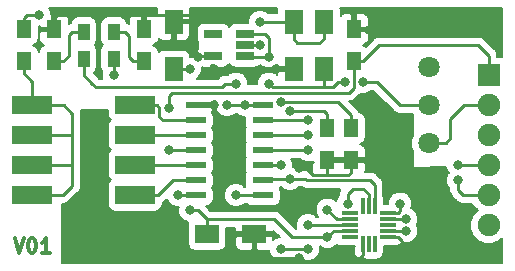
<source format=gbr>
G04 #@! TF.GenerationSoftware,KiCad,Pcbnew,(5.0.2)-1*
G04 #@! TF.CreationDate,2019-01-05T19:06:30+01:00*
G04 #@! TF.ProjectId,DrumMetter,4472756d-4d65-4747-9465-722e6b696361,01*
G04 #@! TF.SameCoordinates,Original*
G04 #@! TF.FileFunction,Copper,L1,Top*
G04 #@! TF.FilePolarity,Positive*
%FSLAX46Y46*%
G04 Gerber Fmt 4.6, Leading zero omitted, Abs format (unit mm)*
G04 Created by KiCad (PCBNEW (5.0.2)-1) date 05.01.2019 19:06:30*
%MOMM*%
%LPD*%
G01*
G04 APERTURE LIST*
G04 #@! TA.AperFunction,NonConductor*
%ADD10C,0.300000*%
G04 #@! TD*
G04 #@! TA.AperFunction,SMDPad,CuDef*
%ADD11R,0.300000X1.400000*%
G04 #@! TD*
G04 #@! TA.AperFunction,SMDPad,CuDef*
%ADD12R,1.400000X0.300000*%
G04 #@! TD*
G04 #@! TA.AperFunction,ComponentPad*
%ADD13C,1.900000*%
G04 #@! TD*
G04 #@! TA.AperFunction,ComponentPad*
%ADD14R,1.900000X1.900000*%
G04 #@! TD*
G04 #@! TA.AperFunction,SMDPad,CuDef*
%ADD15R,3.400000X1.524000*%
G04 #@! TD*
G04 #@! TA.AperFunction,SMDPad,CuDef*
%ADD16R,1.300000X1.500000*%
G04 #@! TD*
G04 #@! TA.AperFunction,ComponentPad*
%ADD17C,1.800000*%
G04 #@! TD*
G04 #@! TA.AperFunction,SMDPad,CuDef*
%ADD18R,1.560000X0.650000*%
G04 #@! TD*
G04 #@! TA.AperFunction,SMDPad,CuDef*
%ADD19R,1.800000X0.600000*%
G04 #@! TD*
G04 #@! TA.AperFunction,SMDPad,CuDef*
%ADD20R,1.000000X1.400000*%
G04 #@! TD*
G04 #@! TA.AperFunction,SMDPad,CuDef*
%ADD21R,1.600000X2.000000*%
G04 #@! TD*
G04 #@! TA.AperFunction,SMDPad,CuDef*
%ADD22R,2.000000X1.600000*%
G04 #@! TD*
G04 #@! TA.AperFunction,ViaPad*
%ADD23C,0.800000*%
G04 #@! TD*
G04 #@! TA.AperFunction,Conductor*
%ADD24C,0.250000*%
G04 #@! TD*
G04 #@! TA.AperFunction,Conductor*
%ADD25C,0.203200*%
G04 #@! TD*
G04 APERTURE END LIST*
D10*
X141029142Y-93710857D02*
X141429142Y-94910857D01*
X141829142Y-93710857D01*
X142457714Y-93710857D02*
X142572000Y-93710857D01*
X142686285Y-93768000D01*
X142743428Y-93825142D01*
X142800571Y-93939428D01*
X142857714Y-94168000D01*
X142857714Y-94453714D01*
X142800571Y-94682285D01*
X142743428Y-94796571D01*
X142686285Y-94853714D01*
X142572000Y-94910857D01*
X142457714Y-94910857D01*
X142343428Y-94853714D01*
X142286285Y-94796571D01*
X142229142Y-94682285D01*
X142172000Y-94453714D01*
X142172000Y-94168000D01*
X142229142Y-93939428D01*
X142286285Y-93825142D01*
X142343428Y-93768000D01*
X142457714Y-93710857D01*
X144000571Y-94910857D02*
X143314857Y-94910857D01*
X143657714Y-94910857D02*
X143657714Y-93710857D01*
X143543428Y-93882285D01*
X143429142Y-93996571D01*
X143314857Y-94053714D01*
D11*
G04 #@! TO.P,U2,16*
G04 #@! TO.N,N/C*
X171520000Y-94190000D03*
G04 #@! TO.P,U2,15*
X171020000Y-94190000D03*
G04 #@! TO.P,U2,14*
G04 #@! TO.N,VCC*
X170520000Y-94190000D03*
D12*
G04 #@! TO.P,U2,13*
G04 #@! TO.N,N/C*
X169420000Y-93590000D03*
G04 #@! TO.P,U2,12*
G04 #@! TO.N,GND*
X169420000Y-93090000D03*
G04 #@! TO.P,U2,11*
G04 #@! TO.N,/INT1*
X169420000Y-92590000D03*
G04 #@! TO.P,U2,10*
G04 #@! TO.N,GND*
X169420000Y-92090000D03*
G04 #@! TO.P,U2,9*
G04 #@! TO.N,N/C*
X169420000Y-91590000D03*
D11*
G04 #@! TO.P,U2,8*
X170520000Y-90990000D03*
G04 #@! TO.P,U2,7*
G04 #@! TO.N,GND*
X171020000Y-90990000D03*
G04 #@! TO.P,U2,6*
G04 #@! TO.N,/SDA*
X171520000Y-90990000D03*
D12*
G04 #@! TO.P,U2,5*
G04 #@! TO.N,GND*
X172620000Y-91590000D03*
G04 #@! TO.P,U2,4*
G04 #@! TO.N,/SCL*
X172620000Y-92090000D03*
G04 #@! TO.P,U2,3*
G04 #@! TO.N,N/C*
X172620000Y-92590000D03*
G04 #@! TO.P,U2,2*
G04 #@! TO.N,Net-(C5-Pad1)*
X172620000Y-93090000D03*
G04 #@! TO.P,U2,1*
G04 #@! TO.N,VCC*
X172620000Y-93590000D03*
G04 #@! TD*
D13*
G04 #@! TO.P,J1,6*
G04 #@! TO.N,N/C*
X181180000Y-92590000D03*
G04 #@! TO.P,J1,5*
G04 #@! TO.N,/ICSPCLK*
X181180000Y-90050000D03*
G04 #@! TO.P,J1,4*
G04 #@! TO.N,/ICSPDAT*
X181180000Y-87510000D03*
G04 #@! TO.P,J1,3*
G04 #@! TO.N,GND*
X181180000Y-84970000D03*
G04 #@! TO.P,J1,2*
G04 #@! TO.N,Net-(J1-Pad2)*
X181180000Y-82430000D03*
D14*
G04 #@! TO.P,J1,1*
G04 #@! TO.N,Net-(J1-Pad1)*
X181180000Y-79890000D03*
G04 #@! TD*
D15*
G04 #@! TO.P,Sw2,5*
G04 #@! TO.N,Net-(R6-Pad1)*
X142540000Y-82430000D03*
G04 #@! TO.P,Sw2,8*
X142540000Y-90050000D03*
G04 #@! TO.P,Sw2,7*
X142540000Y-87510000D03*
G04 #@! TO.P,Sw2,6*
X142540000Y-84970000D03*
G04 #@! TO.P,Sw2,3*
G04 #@! TO.N,/DIP3*
X151240000Y-84970000D03*
G04 #@! TO.P,Sw2,2*
G04 #@! TO.N,/DIP2*
X151240000Y-87510000D03*
G04 #@! TO.P,Sw2,1*
G04 #@! TO.N,/DIP1*
X151240000Y-90050000D03*
G04 #@! TO.P,Sw2,4*
G04 #@! TO.N,/DIP4*
X151240000Y-82430000D03*
G04 #@! TD*
D16*
G04 #@! TO.P,R1,2*
G04 #@! TO.N,Net-(J1-Pad1)*
X169750000Y-78700000D03*
G04 #@! TO.P,R1,1*
G04 #@! TO.N,VCC*
X169750000Y-76000000D03*
G04 #@! TD*
G04 #@! TO.P,R2,2*
G04 #@! TO.N,Net-(P1-Pad1)*
X144350000Y-78700000D03*
G04 #@! TO.P,R2,1*
G04 #@! TO.N,VCC*
X144350000Y-76000000D03*
G04 #@! TD*
G04 #@! TO.P,R3,2*
G04 #@! TO.N,Net-(P2-Pad1)*
X151970000Y-78700000D03*
G04 #@! TO.P,R3,1*
G04 #@! TO.N,VCC*
X151970000Y-76000000D03*
G04 #@! TD*
G04 #@! TO.P,R4,2*
G04 #@! TO.N,VCC*
X167464000Y-87082000D03*
G04 #@! TO.P,R4,1*
G04 #@! TO.N,/SDA*
X167464000Y-84382000D03*
G04 #@! TD*
G04 #@! TO.P,R5,2*
G04 #@! TO.N,/SCL*
X169496000Y-84382000D03*
G04 #@! TO.P,R5,1*
G04 #@! TO.N,VCC*
X169496000Y-87082000D03*
G04 #@! TD*
G04 #@! TO.P,R6,2*
G04 #@! TO.N,GND*
X141810000Y-76000000D03*
G04 #@! TO.P,R6,1*
G04 #@! TO.N,Net-(R6-Pad1)*
X141810000Y-78700000D03*
G04 #@! TD*
D17*
G04 #@! TO.P,Sw1,1*
G04 #@! TO.N,/3V*
X176100000Y-79230000D03*
G04 #@! TO.P,Sw1,2*
G04 #@! TO.N,Net-(C1-Pad1)*
X176100000Y-82430000D03*
G04 #@! TO.P,Sw1,3*
G04 #@! TO.N,Net-(J1-Pad2)*
X176100000Y-85630000D03*
G04 #@! TD*
D18*
G04 #@! TO.P,U1,5*
G04 #@! TO.N,VCC*
X157859000Y-78300000D03*
G04 #@! TO.P,U1,4*
G04 #@! TO.N,N/C*
X157859000Y-76400000D03*
G04 #@! TO.P,U1,3*
G04 #@! TO.N,Net-(C1-Pad1)*
X160559000Y-76400000D03*
G04 #@! TO.P,U1,2*
G04 #@! TO.N,GND*
X160559000Y-77350000D03*
G04 #@! TO.P,U1,1*
G04 #@! TO.N,Net-(C1-Pad1)*
X160559000Y-78300000D03*
G04 #@! TD*
D19*
G04 #@! TO.P,U3,14*
G04 #@! TO.N,GND*
X162059000Y-82430000D03*
G04 #@! TO.P,U3,13*
G04 #@! TO.N,/ICSPDAT*
X162059000Y-83700000D03*
G04 #@! TO.P,U3,12*
G04 #@! TO.N,/ICSPCLK*
X162059000Y-84970000D03*
G04 #@! TO.P,U3,11*
G04 #@! TO.N,/INT1*
X162059000Y-86240000D03*
G04 #@! TO.P,U3,10*
G04 #@! TO.N,/SCL*
X162059000Y-87510000D03*
G04 #@! TO.P,U3,9*
G04 #@! TO.N,/SDA*
X162059000Y-88780000D03*
G04 #@! TO.P,U3,8*
G04 #@! TO.N,/LED_GREEN*
X162059000Y-90050000D03*
G04 #@! TO.P,U3,7*
G04 #@! TO.N,/LED_RED*
X156359000Y-90050000D03*
G04 #@! TO.P,U3,6*
G04 #@! TO.N,/DIP1*
X156359000Y-88780000D03*
G04 #@! TO.P,U3,5*
G04 #@! TO.N,/DIP2*
X156359000Y-87510000D03*
G04 #@! TO.P,U3,4*
G04 #@! TO.N,Net-(J1-Pad1)*
X156359000Y-86240000D03*
G04 #@! TO.P,U3,3*
G04 #@! TO.N,/DIP3*
X156359000Y-84970000D03*
G04 #@! TO.P,U3,2*
G04 #@! TO.N,/DIP4*
X156359000Y-83700000D03*
G04 #@! TO.P,U3,1*
G04 #@! TO.N,VCC*
X156359000Y-82430000D03*
G04 #@! TD*
D20*
G04 #@! TO.P,P1,1*
G04 #@! TO.N,Net-(P1-Pad1)*
X146890000Y-76225000D03*
G04 #@! TO.P,P1,2*
G04 #@! TO.N,/LED_GREEN*
X146890000Y-78475000D03*
G04 #@! TD*
G04 #@! TO.P,P2,1*
G04 #@! TO.N,Net-(P2-Pad1)*
X149430000Y-76225000D03*
G04 #@! TO.P,P2,2*
G04 #@! TO.N,/LED_RED*
X149430000Y-78475000D03*
G04 #@! TD*
D21*
G04 #@! TO.P,C4,2*
G04 #@! TO.N,GND*
X164670000Y-75350000D03*
G04 #@! TO.P,C4,1*
G04 #@! TO.N,VCC*
X164670000Y-79350000D03*
G04 #@! TD*
G04 #@! TO.P,C1,2*
G04 #@! TO.N,GND*
X167210000Y-75350000D03*
G04 #@! TO.P,C1,1*
G04 #@! TO.N,Net-(C1-Pad1)*
X167210000Y-79350000D03*
G04 #@! TD*
G04 #@! TO.P,C2,2*
G04 #@! TO.N,GND*
X154510000Y-79350000D03*
G04 #@! TO.P,C2,1*
G04 #@! TO.N,VCC*
X154510000Y-75350000D03*
G04 #@! TD*
D22*
G04 #@! TO.P,C3,2*
G04 #@! TO.N,GND*
X157336000Y-93352000D03*
G04 #@! TO.P,C3,1*
G04 #@! TO.N,VCC*
X161336000Y-93352000D03*
G04 #@! TD*
D23*
G04 #@! TO.N,GND*
X161812500Y-77350000D03*
X160542500Y-82430000D03*
X161812500Y-75381500D03*
X159018500Y-82430000D03*
X155907000Y-79318500D03*
X173687000Y-90748500D03*
X167527500Y-93606000D03*
X167527500Y-91256500D03*
X155907000Y-91320000D03*
X169242000Y-90748500D03*
X143080000Y-74746500D03*
G04 #@! TO.N,Net-(C1-Pad1)*
X162574500Y-80588500D03*
X162574500Y-78302500D03*
X170512000Y-80461500D03*
X168988000Y-80461500D03*
G04 #@! TO.N,VCC*
X157939000Y-82430000D03*
X156605500Y-78302500D03*
X156605500Y-74746500D03*
X157939000Y-79318500D03*
X165114500Y-87764000D03*
X163146000Y-79350000D03*
X169623000Y-95384000D03*
X173814000Y-94622000D03*
X165114500Y-95384000D03*
X171083500Y-76016500D03*
G04 #@! TO.N,Net-(C5-Pad1)*
X174195000Y-93098000D03*
G04 #@! TO.N,Net-(J1-Pad1)*
X154129000Y-86240000D03*
X154129000Y-82620500D03*
G04 #@! TO.N,/ICSPDAT*
X165876500Y-83700000D03*
X178576500Y-87510000D03*
G04 #@! TO.N,/ICSPCLK*
X165876500Y-84970000D03*
X178576500Y-88780000D03*
G04 #@! TO.N,/LED_RED*
X154891000Y-90050000D03*
X149430000Y-79826500D03*
G04 #@! TO.N,/LED_GREEN*
X159780500Y-90050000D03*
X159780500Y-80588500D03*
G04 #@! TO.N,/SDA*
X164352500Y-88653000D03*
X164352500Y-82938000D03*
G04 #@! TO.N,/SCL*
X163590500Y-87510000D03*
X163590500Y-94622000D03*
X165876500Y-94622000D03*
X174195000Y-92082000D03*
X163590500Y-82176000D03*
G04 #@! TO.N,/INT1*
X165876500Y-86240000D03*
X165876500Y-92590000D03*
G04 #@! TD*
D24*
G04 #@! TO.N,GND*
X162059000Y-82430000D02*
X160542500Y-82430000D01*
X161812500Y-77350000D02*
X160559000Y-77350000D01*
X164670000Y-75350000D02*
X161844000Y-75350000D01*
X161844000Y-75350000D02*
X161812500Y-75381500D01*
X154510000Y-79350000D02*
X155875500Y-79350000D01*
X160542500Y-82430000D02*
X159018500Y-82430000D01*
X155875500Y-79350000D02*
X155907000Y-79318500D01*
X167210000Y-75350000D02*
X167210000Y-76778500D01*
X164670000Y-76842000D02*
X164670000Y-75350000D01*
X164987500Y-77159500D02*
X164670000Y-76842000D01*
X166829000Y-77159500D02*
X164987500Y-77159500D01*
X167210000Y-76778500D02*
X166829000Y-77159500D01*
X172620000Y-91590000D02*
X173480500Y-91590000D01*
X173480500Y-91590000D02*
X173687000Y-91383500D01*
X173687000Y-91383500D02*
X173687000Y-90748500D01*
X169420000Y-92090000D02*
X168361000Y-92090000D01*
X168361000Y-92090000D02*
X167527500Y-91256500D01*
X168043500Y-93090000D02*
X169420000Y-93090000D01*
X168043500Y-93090000D02*
X167527500Y-93606000D01*
X164543000Y-93606000D02*
X167527500Y-93606000D01*
X163019000Y-92082000D02*
X164543000Y-93606000D01*
X157304000Y-92082000D02*
X157336000Y-92082000D01*
X157336000Y-92082000D02*
X163019000Y-92082000D01*
X156542000Y-91320000D02*
X157304000Y-92082000D01*
X155907000Y-91320000D02*
X156542000Y-91320000D01*
X157336000Y-93352000D02*
X157336000Y-92082000D01*
X169242000Y-89923000D02*
X169242000Y-90748500D01*
X171020000Y-89923000D02*
X171020000Y-90990000D01*
X171020000Y-89923000D02*
X170575500Y-89478500D01*
X170575500Y-89478500D02*
X169686500Y-89478500D01*
X169686500Y-89478500D02*
X169242000Y-89923000D01*
X141810000Y-76000000D02*
X141810000Y-75000500D01*
X141810000Y-75000500D02*
X142064000Y-74746500D01*
X142064000Y-74746500D02*
X143080000Y-74746500D01*
G04 #@! TO.N,Net-(C1-Pad1)*
X160559000Y-78300000D02*
X160561500Y-78302500D01*
X162574500Y-80588500D02*
X162765000Y-80779000D01*
X160561500Y-78302500D02*
X162574500Y-78302500D01*
X162574500Y-80588500D02*
X162886498Y-80900498D01*
X167210000Y-80900498D02*
X162886498Y-80900498D01*
X167210000Y-79350000D02*
X167210000Y-80900498D01*
X167210000Y-80900498D02*
X167977502Y-80900498D01*
X173687000Y-82430000D02*
X176100000Y-82430000D01*
X171718500Y-80461500D02*
X173687000Y-82430000D01*
X170512000Y-80461500D02*
X171718500Y-80461500D01*
X167977502Y-80900498D02*
X168416500Y-80461500D01*
X168416500Y-80461500D02*
X168988000Y-80461500D01*
X160559000Y-76400000D02*
X162259500Y-76400000D01*
X162574500Y-76715000D02*
X162574500Y-78302500D01*
X162259500Y-76400000D02*
X162574500Y-76715000D01*
G04 #@! TO.N,VCC*
X156359000Y-82430000D02*
X157939000Y-82430000D01*
X144667500Y-74746500D02*
X151970000Y-74746500D01*
X151970000Y-76000000D02*
X151970000Y-74746500D01*
X157859000Y-78300000D02*
X156608000Y-78300000D01*
X156608000Y-78300000D02*
X156605500Y-78302500D01*
X154510000Y-75350000D02*
X155113500Y-74746500D01*
X155526000Y-74746500D02*
X155113500Y-74746500D01*
X156605500Y-74746500D02*
X155526000Y-74746500D01*
X164670000Y-79350000D02*
X163146000Y-79350000D01*
X163146000Y-79350000D02*
X157970500Y-79350000D01*
X157970500Y-79350000D02*
X157939000Y-79318500D01*
X169496000Y-87082000D02*
X169496000Y-88145000D01*
X166321000Y-88335500D02*
X167464000Y-88335500D01*
X166321000Y-88335500D02*
X165749500Y-87764000D01*
X165749500Y-87764000D02*
X165114500Y-87764000D01*
X169305500Y-88335500D02*
X167464000Y-88335500D01*
X169496000Y-88145000D02*
X169305500Y-88335500D01*
X167464000Y-87082000D02*
X167464000Y-88335500D01*
X151970000Y-74746500D02*
X153494000Y-74746500D01*
X153906500Y-74746500D02*
X154510000Y-75350000D01*
X153494000Y-74746500D02*
X153906500Y-74746500D01*
X170520000Y-94190000D02*
X170520000Y-95122000D01*
X170258000Y-95384000D02*
X169623000Y-95384000D01*
X170520000Y-95122000D02*
X170258000Y-95384000D01*
X173480500Y-93590000D02*
X172620000Y-93590000D01*
X173480500Y-93590000D02*
X173814000Y-93923500D01*
X173814000Y-93923500D02*
X173814000Y-94622000D01*
X161336000Y-94717000D02*
X162003000Y-95384000D01*
X161336000Y-94717000D02*
X161336000Y-93352000D01*
X162003000Y-95384000D02*
X165114500Y-95384000D01*
X169750000Y-76000000D02*
X171067000Y-76000000D01*
X171067000Y-76000000D02*
X171083500Y-76016500D01*
X144350000Y-76000000D02*
X144350000Y-75064000D01*
X144350000Y-75064000D02*
X144667500Y-74746500D01*
G04 #@! TO.N,Net-(C5-Pad1)*
X172620000Y-93090000D02*
X174187000Y-93090000D01*
X174187000Y-93090000D02*
X174195000Y-93098000D01*
G04 #@! TO.N,Net-(J1-Pad1)*
X154129000Y-86240000D02*
X154065500Y-86240000D01*
X154388502Y-81350500D02*
X169369000Y-81350500D01*
X156359000Y-86240000D02*
X154065500Y-86240000D01*
X154129000Y-82620500D02*
X154129000Y-81610002D01*
X154129000Y-81610002D02*
X154388502Y-81350500D01*
X169750000Y-80969500D02*
X169750000Y-78700000D01*
X169750000Y-80969500D02*
X169369000Y-81350500D01*
X170559000Y-78700000D02*
X171909000Y-77350000D01*
X169750000Y-78700000D02*
X170559000Y-78700000D01*
X180291000Y-77350000D02*
X181180000Y-78239000D01*
X181180000Y-78239000D02*
X181180000Y-79890000D01*
X171909000Y-77350000D02*
X180291000Y-77350000D01*
G04 #@! TO.N,Net-(J1-Pad2)*
X177535500Y-85630000D02*
X176100000Y-85630000D01*
X177941500Y-85224000D02*
X177535500Y-85630000D01*
X177941500Y-83573000D02*
X177941500Y-85224000D01*
X179084500Y-82430000D02*
X177941500Y-83573000D01*
X181180000Y-82430000D02*
X179084500Y-82430000D01*
G04 #@! TO.N,/ICSPDAT*
X162059000Y-83700000D02*
X165876500Y-83700000D01*
X178576500Y-87510000D02*
X181180000Y-87510000D01*
G04 #@! TO.N,/ICSPCLK*
X165876500Y-84970000D02*
X162059000Y-84970000D01*
X178576500Y-88780000D02*
X178576500Y-89605500D01*
X178576500Y-89605500D02*
X179021000Y-90050000D01*
X181180000Y-90050000D02*
X179021000Y-90050000D01*
G04 #@! TO.N,/LED_RED*
X149430000Y-78475000D02*
X149430000Y-79826500D01*
X154891000Y-90050000D02*
X156359000Y-90050000D01*
G04 #@! TO.N,Net-(P1-Pad1)*
X144350000Y-78700000D02*
X145159000Y-78700000D01*
X145856000Y-76225000D02*
X146890000Y-76225000D01*
X145620000Y-76461000D02*
X145856000Y-76225000D01*
X145620000Y-78239000D02*
X145620000Y-76461000D01*
X145159000Y-78700000D02*
X145620000Y-78239000D01*
G04 #@! TO.N,Net-(P2-Pad1)*
X151970000Y-78700000D02*
X151097500Y-78700000D01*
X150400500Y-76225000D02*
X149430000Y-76225000D01*
X150700000Y-76524500D02*
X150400500Y-76225000D01*
X150700000Y-78302500D02*
X150700000Y-76524500D01*
X151097500Y-78700000D02*
X150700000Y-78302500D01*
G04 #@! TO.N,/LED_GREEN*
X147588500Y-80588500D02*
X146890000Y-79890000D01*
X146890000Y-79890000D02*
X146890000Y-78475000D01*
X162059000Y-90050000D02*
X159780500Y-90050000D01*
X159780500Y-80588500D02*
X158885998Y-80588500D01*
X147900498Y-80900498D02*
X147588500Y-80588500D01*
X158574000Y-80900498D02*
X147900498Y-80900498D01*
X158885998Y-80588500D02*
X158574000Y-80900498D01*
G04 #@! TO.N,/SDA*
X162186000Y-88653000D02*
X164352500Y-88653000D01*
X162059000Y-88780000D02*
X162186000Y-88653000D01*
X167464000Y-83192000D02*
X167464000Y-84382000D01*
X167210000Y-82938000D02*
X167464000Y-83192000D01*
X164352500Y-82938000D02*
X167210000Y-82938000D01*
X171520000Y-90990000D02*
X171520000Y-89153000D01*
X165622500Y-88653000D02*
X164352500Y-88653000D01*
X165755002Y-88785502D02*
X165622500Y-88653000D01*
X171152502Y-88785502D02*
X165755002Y-88785502D01*
X171520000Y-89153000D02*
X171152502Y-88785502D01*
G04 #@! TO.N,/SCL*
X165876500Y-94622000D02*
X163590500Y-94622000D01*
X174187000Y-92090000D02*
X174195000Y-92082000D01*
X174187000Y-92090000D02*
X172620000Y-92090000D01*
X162059000Y-87510000D02*
X163590500Y-87510000D01*
X169496000Y-84382000D02*
X169496000Y-83255500D01*
X168416500Y-82176000D02*
X163590500Y-82176000D01*
X169496000Y-83255500D02*
X168416500Y-82176000D01*
G04 #@! TO.N,/DIP4*
X151240000Y-82430000D02*
X153113000Y-82430000D01*
X153621000Y-83700000D02*
X156359000Y-83700000D01*
X153303500Y-83382500D02*
X153621000Y-83700000D01*
X153303500Y-82620500D02*
X153303500Y-83382500D01*
X153113000Y-82430000D02*
X153303500Y-82620500D01*
G04 #@! TO.N,/DIP1*
X151240000Y-90050000D02*
X153176500Y-90050000D01*
X154446500Y-88780000D02*
X156359000Y-88780000D01*
X153176500Y-90050000D02*
X154446500Y-88780000D01*
G04 #@! TO.N,/DIP2*
X151240000Y-87510000D02*
X156359000Y-87510000D01*
G04 #@! TO.N,/DIP3*
X151240000Y-84970000D02*
X156359000Y-84970000D01*
G04 #@! TO.N,/INT1*
X169420000Y-92590000D02*
X165876500Y-92590000D01*
X165876500Y-86240000D02*
X162059000Y-86240000D01*
G04 #@! TO.N,Net-(R6-Pad1)*
X142540000Y-84970000D02*
X145937500Y-84970000D01*
X142540000Y-87510000D02*
X145937500Y-87510000D01*
X145937500Y-87510000D02*
X145937500Y-89224500D01*
X145937500Y-84970000D02*
X145937500Y-87510000D01*
X145937500Y-89224500D02*
X145112000Y-90050000D01*
X145112000Y-90050000D02*
X142540000Y-90050000D01*
X142540000Y-82430000D02*
X145239000Y-82430000D01*
X145937500Y-83128500D02*
X145937500Y-84970000D01*
X145239000Y-82430000D02*
X145937500Y-83128500D01*
X141810000Y-78700000D02*
X141810000Y-79699500D01*
X142540000Y-80429500D02*
X142540000Y-82430000D01*
X141810000Y-79699500D02*
X142540000Y-80429500D01*
G04 #@! TD*
D25*
G04 #@! TO.N,VCC*
G36*
X173116401Y-82898283D02*
X173157383Y-82959617D01*
X173400374Y-83121977D01*
X173614652Y-83164600D01*
X173614653Y-83164600D01*
X173686999Y-83178991D01*
X173759346Y-83164600D01*
X174728400Y-83164600D01*
X174728400Y-84996560D01*
X174590400Y-85329722D01*
X174590400Y-85930278D01*
X174728400Y-86263440D01*
X174728400Y-87637000D01*
X174737330Y-87678650D01*
X174760323Y-87710943D01*
X174793923Y-87731979D01*
X174833016Y-87738555D01*
X177566900Y-87657351D01*
X177566900Y-87710822D01*
X177720603Y-88081892D01*
X177783711Y-88145000D01*
X177720603Y-88208108D01*
X177566900Y-88579178D01*
X177566900Y-88980822D01*
X177720603Y-89351892D01*
X177841900Y-89473189D01*
X177841900Y-89533154D01*
X177827509Y-89605500D01*
X177841900Y-89677846D01*
X177841900Y-89677848D01*
X177884524Y-89892126D01*
X178046884Y-90135117D01*
X178108220Y-90176100D01*
X178450398Y-90518278D01*
X178491383Y-90579617D01*
X178734374Y-90741977D01*
X178948652Y-90784600D01*
X178948653Y-90784600D01*
X179021000Y-90798991D01*
X179093346Y-90784600D01*
X179796183Y-90784600D01*
X179857835Y-90933442D01*
X180244393Y-91320000D01*
X179857835Y-91706558D01*
X179620400Y-92279776D01*
X179620400Y-92900224D01*
X179857835Y-93473442D01*
X180296558Y-93912165D01*
X180869776Y-94149600D01*
X181490224Y-94149600D01*
X182063442Y-93912165D01*
X182315401Y-93660206D01*
X182315401Y-95815400D01*
X145023100Y-95815400D01*
X145023100Y-90784600D01*
X145039654Y-90784600D01*
X145112000Y-90798991D01*
X145184346Y-90784600D01*
X145184348Y-90784600D01*
X145398626Y-90741977D01*
X145641617Y-90579617D01*
X145682602Y-90518278D01*
X146405783Y-89795099D01*
X146467117Y-89754117D01*
X146629477Y-89511126D01*
X146672100Y-89296848D01*
X146672100Y-89296847D01*
X146686491Y-89224501D01*
X146672100Y-89152154D01*
X146672100Y-87582348D01*
X146686491Y-87510000D01*
X146672100Y-87437652D01*
X146672100Y-85042348D01*
X146686491Y-84970000D01*
X146672100Y-84897652D01*
X146672100Y-83200846D01*
X146686491Y-83128499D01*
X146661307Y-83001892D01*
X146629477Y-82841874D01*
X146625024Y-82835210D01*
X148918458Y-82792739D01*
X148918458Y-83192000D01*
X148965770Y-83429854D01*
X149100503Y-83631497D01*
X149203025Y-83700000D01*
X149100503Y-83768503D01*
X148965770Y-83970146D01*
X148918458Y-84208000D01*
X148918458Y-85732000D01*
X148965770Y-85969854D01*
X149100503Y-86171497D01*
X149203025Y-86240000D01*
X149100503Y-86308503D01*
X148965770Y-86510146D01*
X148918458Y-86748000D01*
X148918458Y-88272000D01*
X148965770Y-88509854D01*
X149100503Y-88711497D01*
X149203025Y-88780000D01*
X149100503Y-88848503D01*
X148965770Y-89050146D01*
X148918458Y-89288000D01*
X148918458Y-90812000D01*
X148965770Y-91049854D01*
X149100503Y-91251497D01*
X149302146Y-91386230D01*
X149540000Y-91433542D01*
X152940000Y-91433542D01*
X153177854Y-91386230D01*
X153379497Y-91251497D01*
X153514230Y-91049854D01*
X153561542Y-90812000D01*
X153561542Y-90676218D01*
X153706117Y-90579617D01*
X153747102Y-90518278D01*
X153920401Y-90344979D01*
X154035103Y-90621892D01*
X154319108Y-90905897D01*
X154690178Y-91059600D01*
X154922078Y-91059600D01*
X154897400Y-91119178D01*
X154897400Y-91520822D01*
X155051103Y-91891892D01*
X155335108Y-92175897D01*
X155706178Y-92329600D01*
X155758696Y-92329600D01*
X155714458Y-92552000D01*
X155714458Y-94152000D01*
X155761770Y-94389854D01*
X155896503Y-94591497D01*
X156098146Y-94726230D01*
X156336000Y-94773542D01*
X158336000Y-94773542D01*
X158573854Y-94726230D01*
X158775497Y-94591497D01*
X158910230Y-94389854D01*
X158957542Y-94152000D01*
X158957542Y-93656800D01*
X159726400Y-93656800D01*
X159726400Y-94273257D01*
X159819206Y-94497311D01*
X159990689Y-94668794D01*
X160214743Y-94761600D01*
X161031200Y-94761600D01*
X161183600Y-94609200D01*
X161183600Y-93504400D01*
X159878800Y-93504400D01*
X159726400Y-93656800D01*
X158957542Y-93656800D01*
X158957542Y-92816600D01*
X159726400Y-92816600D01*
X159726400Y-93047200D01*
X159878800Y-93199600D01*
X161183600Y-93199600D01*
X161183600Y-93179600D01*
X161488400Y-93179600D01*
X161488400Y-93199600D01*
X162793200Y-93199600D01*
X162945460Y-93047340D01*
X163510519Y-93612400D01*
X163389678Y-93612400D01*
X163018608Y-93766103D01*
X162945600Y-93839111D01*
X162945600Y-93656800D01*
X162793200Y-93504400D01*
X161488400Y-93504400D01*
X161488400Y-94609200D01*
X161640800Y-94761600D01*
X162457257Y-94761600D01*
X162580900Y-94710386D01*
X162580900Y-94822822D01*
X162734603Y-95193892D01*
X163018608Y-95477897D01*
X163389678Y-95631600D01*
X163791322Y-95631600D01*
X164162392Y-95477897D01*
X164283689Y-95356600D01*
X165183311Y-95356600D01*
X165304608Y-95477897D01*
X165675678Y-95631600D01*
X166077322Y-95631600D01*
X166448392Y-95477897D01*
X166732397Y-95193892D01*
X166886100Y-94822822D01*
X166886100Y-94421178D01*
X166865743Y-94372032D01*
X166955608Y-94461897D01*
X167326678Y-94615600D01*
X167728322Y-94615600D01*
X168099392Y-94461897D01*
X168341221Y-94220068D01*
X168482146Y-94314230D01*
X168720000Y-94361542D01*
X169893658Y-94361542D01*
X169760400Y-94494800D01*
X169760400Y-95011257D01*
X169853206Y-95235311D01*
X170024689Y-95406794D01*
X170248743Y-95499600D01*
X170292600Y-95499600D01*
X170445000Y-95347200D01*
X170445000Y-95339184D01*
X170632146Y-95464230D01*
X170731865Y-95484065D01*
X170747400Y-95499600D01*
X170791257Y-95499600D01*
X170797326Y-95497086D01*
X170870000Y-95511542D01*
X171170000Y-95511542D01*
X171270000Y-95491651D01*
X171370000Y-95511542D01*
X171670000Y-95511542D01*
X171907854Y-95464230D01*
X172109497Y-95329497D01*
X172244230Y-95127854D01*
X172291542Y-94890000D01*
X172291542Y-94349600D01*
X172315200Y-94349600D01*
X172322200Y-94342600D01*
X172917800Y-94342600D01*
X172924800Y-94349600D01*
X173441257Y-94349600D01*
X173665311Y-94256794D01*
X173836794Y-94085311D01*
X173851962Y-94048692D01*
X173994178Y-94107600D01*
X174395822Y-94107600D01*
X174766892Y-93953897D01*
X175050897Y-93669892D01*
X175204600Y-93298822D01*
X175204600Y-92897178D01*
X175077362Y-92590000D01*
X175204600Y-92282822D01*
X175204600Y-91881178D01*
X175050897Y-91510108D01*
X174766892Y-91226103D01*
X174609037Y-91160717D01*
X174696600Y-90949322D01*
X174696600Y-90547678D01*
X174542897Y-90176608D01*
X174258892Y-89892603D01*
X173887822Y-89738900D01*
X173486178Y-89738900D01*
X173115108Y-89892603D01*
X172831103Y-90176608D01*
X172677400Y-90547678D01*
X172677400Y-90818458D01*
X172291542Y-90818458D01*
X172291542Y-90290000D01*
X172254600Y-90104280D01*
X172254600Y-89225348D01*
X172268991Y-89153000D01*
X172211977Y-88866373D01*
X172158623Y-88786524D01*
X172049617Y-88623383D01*
X171988278Y-88582398D01*
X171723104Y-88317224D01*
X171682119Y-88255885D01*
X171439128Y-88093525D01*
X171224850Y-88050902D01*
X171224848Y-88050902D01*
X171152502Y-88036511D01*
X171080156Y-88050902D01*
X170715154Y-88050902D01*
X170755600Y-87953257D01*
X170755600Y-87386800D01*
X170603200Y-87234400D01*
X169648400Y-87234400D01*
X169648400Y-87254400D01*
X169343600Y-87254400D01*
X169343600Y-87234400D01*
X167616400Y-87234400D01*
X167616400Y-87254400D01*
X167311600Y-87254400D01*
X167311600Y-87234400D01*
X167291600Y-87234400D01*
X167291600Y-86929600D01*
X167311600Y-86929600D01*
X167311600Y-86909600D01*
X167616400Y-86909600D01*
X167616400Y-86929600D01*
X169343600Y-86929600D01*
X169343600Y-86909600D01*
X169648400Y-86909600D01*
X169648400Y-86929600D01*
X170603200Y-86929600D01*
X170755600Y-86777200D01*
X170755600Y-86210743D01*
X170662794Y-85986689D01*
X170491311Y-85815206D01*
X170278711Y-85727144D01*
X170383854Y-85706230D01*
X170585497Y-85571497D01*
X170720230Y-85369854D01*
X170767542Y-85132000D01*
X170767542Y-83632000D01*
X170720230Y-83394146D01*
X170585497Y-83192503D01*
X170383854Y-83057770D01*
X170198319Y-83020865D01*
X170187977Y-82968873D01*
X170120560Y-82867977D01*
X170025617Y-82725883D01*
X169964281Y-82684900D01*
X169377234Y-82097853D01*
X169441346Y-82085100D01*
X169441348Y-82085100D01*
X169655626Y-82042477D01*
X169898617Y-81880117D01*
X169939602Y-81818778D01*
X170218281Y-81540100D01*
X170279617Y-81499117D01*
X170301121Y-81466934D01*
X170311178Y-81471100D01*
X170712822Y-81471100D01*
X171083892Y-81317397D01*
X171205189Y-81196100D01*
X171414220Y-81196100D01*
X173116401Y-82898283D01*
X173116401Y-82898283D01*
G37*
X173116401Y-82898283D02*
X173157383Y-82959617D01*
X173400374Y-83121977D01*
X173614652Y-83164600D01*
X173614653Y-83164600D01*
X173686999Y-83178991D01*
X173759346Y-83164600D01*
X174728400Y-83164600D01*
X174728400Y-84996560D01*
X174590400Y-85329722D01*
X174590400Y-85930278D01*
X174728400Y-86263440D01*
X174728400Y-87637000D01*
X174737330Y-87678650D01*
X174760323Y-87710943D01*
X174793923Y-87731979D01*
X174833016Y-87738555D01*
X177566900Y-87657351D01*
X177566900Y-87710822D01*
X177720603Y-88081892D01*
X177783711Y-88145000D01*
X177720603Y-88208108D01*
X177566900Y-88579178D01*
X177566900Y-88980822D01*
X177720603Y-89351892D01*
X177841900Y-89473189D01*
X177841900Y-89533154D01*
X177827509Y-89605500D01*
X177841900Y-89677846D01*
X177841900Y-89677848D01*
X177884524Y-89892126D01*
X178046884Y-90135117D01*
X178108220Y-90176100D01*
X178450398Y-90518278D01*
X178491383Y-90579617D01*
X178734374Y-90741977D01*
X178948652Y-90784600D01*
X178948653Y-90784600D01*
X179021000Y-90798991D01*
X179093346Y-90784600D01*
X179796183Y-90784600D01*
X179857835Y-90933442D01*
X180244393Y-91320000D01*
X179857835Y-91706558D01*
X179620400Y-92279776D01*
X179620400Y-92900224D01*
X179857835Y-93473442D01*
X180296558Y-93912165D01*
X180869776Y-94149600D01*
X181490224Y-94149600D01*
X182063442Y-93912165D01*
X182315401Y-93660206D01*
X182315401Y-95815400D01*
X145023100Y-95815400D01*
X145023100Y-90784600D01*
X145039654Y-90784600D01*
X145112000Y-90798991D01*
X145184346Y-90784600D01*
X145184348Y-90784600D01*
X145398626Y-90741977D01*
X145641617Y-90579617D01*
X145682602Y-90518278D01*
X146405783Y-89795099D01*
X146467117Y-89754117D01*
X146629477Y-89511126D01*
X146672100Y-89296848D01*
X146672100Y-89296847D01*
X146686491Y-89224501D01*
X146672100Y-89152154D01*
X146672100Y-87582348D01*
X146686491Y-87510000D01*
X146672100Y-87437652D01*
X146672100Y-85042348D01*
X146686491Y-84970000D01*
X146672100Y-84897652D01*
X146672100Y-83200846D01*
X146686491Y-83128499D01*
X146661307Y-83001892D01*
X146629477Y-82841874D01*
X146625024Y-82835210D01*
X148918458Y-82792739D01*
X148918458Y-83192000D01*
X148965770Y-83429854D01*
X149100503Y-83631497D01*
X149203025Y-83700000D01*
X149100503Y-83768503D01*
X148965770Y-83970146D01*
X148918458Y-84208000D01*
X148918458Y-85732000D01*
X148965770Y-85969854D01*
X149100503Y-86171497D01*
X149203025Y-86240000D01*
X149100503Y-86308503D01*
X148965770Y-86510146D01*
X148918458Y-86748000D01*
X148918458Y-88272000D01*
X148965770Y-88509854D01*
X149100503Y-88711497D01*
X149203025Y-88780000D01*
X149100503Y-88848503D01*
X148965770Y-89050146D01*
X148918458Y-89288000D01*
X148918458Y-90812000D01*
X148965770Y-91049854D01*
X149100503Y-91251497D01*
X149302146Y-91386230D01*
X149540000Y-91433542D01*
X152940000Y-91433542D01*
X153177854Y-91386230D01*
X153379497Y-91251497D01*
X153514230Y-91049854D01*
X153561542Y-90812000D01*
X153561542Y-90676218D01*
X153706117Y-90579617D01*
X153747102Y-90518278D01*
X153920401Y-90344979D01*
X154035103Y-90621892D01*
X154319108Y-90905897D01*
X154690178Y-91059600D01*
X154922078Y-91059600D01*
X154897400Y-91119178D01*
X154897400Y-91520822D01*
X155051103Y-91891892D01*
X155335108Y-92175897D01*
X155706178Y-92329600D01*
X155758696Y-92329600D01*
X155714458Y-92552000D01*
X155714458Y-94152000D01*
X155761770Y-94389854D01*
X155896503Y-94591497D01*
X156098146Y-94726230D01*
X156336000Y-94773542D01*
X158336000Y-94773542D01*
X158573854Y-94726230D01*
X158775497Y-94591497D01*
X158910230Y-94389854D01*
X158957542Y-94152000D01*
X158957542Y-93656800D01*
X159726400Y-93656800D01*
X159726400Y-94273257D01*
X159819206Y-94497311D01*
X159990689Y-94668794D01*
X160214743Y-94761600D01*
X161031200Y-94761600D01*
X161183600Y-94609200D01*
X161183600Y-93504400D01*
X159878800Y-93504400D01*
X159726400Y-93656800D01*
X158957542Y-93656800D01*
X158957542Y-92816600D01*
X159726400Y-92816600D01*
X159726400Y-93047200D01*
X159878800Y-93199600D01*
X161183600Y-93199600D01*
X161183600Y-93179600D01*
X161488400Y-93179600D01*
X161488400Y-93199600D01*
X162793200Y-93199600D01*
X162945460Y-93047340D01*
X163510519Y-93612400D01*
X163389678Y-93612400D01*
X163018608Y-93766103D01*
X162945600Y-93839111D01*
X162945600Y-93656800D01*
X162793200Y-93504400D01*
X161488400Y-93504400D01*
X161488400Y-94609200D01*
X161640800Y-94761600D01*
X162457257Y-94761600D01*
X162580900Y-94710386D01*
X162580900Y-94822822D01*
X162734603Y-95193892D01*
X163018608Y-95477897D01*
X163389678Y-95631600D01*
X163791322Y-95631600D01*
X164162392Y-95477897D01*
X164283689Y-95356600D01*
X165183311Y-95356600D01*
X165304608Y-95477897D01*
X165675678Y-95631600D01*
X166077322Y-95631600D01*
X166448392Y-95477897D01*
X166732397Y-95193892D01*
X166886100Y-94822822D01*
X166886100Y-94421178D01*
X166865743Y-94372032D01*
X166955608Y-94461897D01*
X167326678Y-94615600D01*
X167728322Y-94615600D01*
X168099392Y-94461897D01*
X168341221Y-94220068D01*
X168482146Y-94314230D01*
X168720000Y-94361542D01*
X169893658Y-94361542D01*
X169760400Y-94494800D01*
X169760400Y-95011257D01*
X169853206Y-95235311D01*
X170024689Y-95406794D01*
X170248743Y-95499600D01*
X170292600Y-95499600D01*
X170445000Y-95347200D01*
X170445000Y-95339184D01*
X170632146Y-95464230D01*
X170731865Y-95484065D01*
X170747400Y-95499600D01*
X170791257Y-95499600D01*
X170797326Y-95497086D01*
X170870000Y-95511542D01*
X171170000Y-95511542D01*
X171270000Y-95491651D01*
X171370000Y-95511542D01*
X171670000Y-95511542D01*
X171907854Y-95464230D01*
X172109497Y-95329497D01*
X172244230Y-95127854D01*
X172291542Y-94890000D01*
X172291542Y-94349600D01*
X172315200Y-94349600D01*
X172322200Y-94342600D01*
X172917800Y-94342600D01*
X172924800Y-94349600D01*
X173441257Y-94349600D01*
X173665311Y-94256794D01*
X173836794Y-94085311D01*
X173851962Y-94048692D01*
X173994178Y-94107600D01*
X174395822Y-94107600D01*
X174766892Y-93953897D01*
X175050897Y-93669892D01*
X175204600Y-93298822D01*
X175204600Y-92897178D01*
X175077362Y-92590000D01*
X175204600Y-92282822D01*
X175204600Y-91881178D01*
X175050897Y-91510108D01*
X174766892Y-91226103D01*
X174609037Y-91160717D01*
X174696600Y-90949322D01*
X174696600Y-90547678D01*
X174542897Y-90176608D01*
X174258892Y-89892603D01*
X173887822Y-89738900D01*
X173486178Y-89738900D01*
X173115108Y-89892603D01*
X172831103Y-90176608D01*
X172677400Y-90547678D01*
X172677400Y-90818458D01*
X172291542Y-90818458D01*
X172291542Y-90290000D01*
X172254600Y-90104280D01*
X172254600Y-89225348D01*
X172268991Y-89153000D01*
X172211977Y-88866373D01*
X172158623Y-88786524D01*
X172049617Y-88623383D01*
X171988278Y-88582398D01*
X171723104Y-88317224D01*
X171682119Y-88255885D01*
X171439128Y-88093525D01*
X171224850Y-88050902D01*
X171224848Y-88050902D01*
X171152502Y-88036511D01*
X171080156Y-88050902D01*
X170715154Y-88050902D01*
X170755600Y-87953257D01*
X170755600Y-87386800D01*
X170603200Y-87234400D01*
X169648400Y-87234400D01*
X169648400Y-87254400D01*
X169343600Y-87254400D01*
X169343600Y-87234400D01*
X167616400Y-87234400D01*
X167616400Y-87254400D01*
X167311600Y-87254400D01*
X167311600Y-87234400D01*
X167291600Y-87234400D01*
X167291600Y-86929600D01*
X167311600Y-86929600D01*
X167311600Y-86909600D01*
X167616400Y-86909600D01*
X167616400Y-86929600D01*
X169343600Y-86929600D01*
X169343600Y-86909600D01*
X169648400Y-86909600D01*
X169648400Y-86929600D01*
X170603200Y-86929600D01*
X170755600Y-86777200D01*
X170755600Y-86210743D01*
X170662794Y-85986689D01*
X170491311Y-85815206D01*
X170278711Y-85727144D01*
X170383854Y-85706230D01*
X170585497Y-85571497D01*
X170720230Y-85369854D01*
X170767542Y-85132000D01*
X170767542Y-83632000D01*
X170720230Y-83394146D01*
X170585497Y-83192503D01*
X170383854Y-83057770D01*
X170198319Y-83020865D01*
X170187977Y-82968873D01*
X170120560Y-82867977D01*
X170025617Y-82725883D01*
X169964281Y-82684900D01*
X169377234Y-82097853D01*
X169441346Y-82085100D01*
X169441348Y-82085100D01*
X169655626Y-82042477D01*
X169898617Y-81880117D01*
X169939602Y-81818778D01*
X170218281Y-81540100D01*
X170279617Y-81499117D01*
X170301121Y-81466934D01*
X170311178Y-81471100D01*
X170712822Y-81471100D01*
X171083892Y-81317397D01*
X171205189Y-81196100D01*
X171414220Y-81196100D01*
X173116401Y-82898283D01*
G36*
X158008900Y-82229178D02*
X158008900Y-82630822D01*
X158162603Y-83001892D01*
X158446608Y-83285897D01*
X158817678Y-83439600D01*
X159219322Y-83439600D01*
X159590392Y-83285897D01*
X159711689Y-83164600D01*
X159849311Y-83164600D01*
X159970608Y-83285897D01*
X160341678Y-83439600D01*
X160537458Y-83439600D01*
X160537458Y-84000000D01*
X160584770Y-84237854D01*
X160649681Y-84335000D01*
X160584770Y-84432146D01*
X160537458Y-84670000D01*
X160537458Y-85270000D01*
X160584770Y-85507854D01*
X160649681Y-85605000D01*
X160584770Y-85702146D01*
X160537458Y-85940000D01*
X160537458Y-86540000D01*
X160584770Y-86777854D01*
X160649681Y-86875000D01*
X160584770Y-86972146D01*
X160537458Y-87210000D01*
X160537458Y-87810000D01*
X160584770Y-88047854D01*
X160649681Y-88145000D01*
X160584770Y-88242146D01*
X160537458Y-88480000D01*
X160537458Y-89080000D01*
X160584282Y-89315400D01*
X160473689Y-89315400D01*
X160352392Y-89194103D01*
X159981322Y-89040400D01*
X159579678Y-89040400D01*
X159208608Y-89194103D01*
X158924603Y-89478108D01*
X158770900Y-89849178D01*
X158770900Y-90250822D01*
X158924603Y-90621892D01*
X159208608Y-90905897D01*
X159579678Y-91059600D01*
X159981322Y-91059600D01*
X160352392Y-90905897D01*
X160473689Y-90784600D01*
X160716231Y-90784600D01*
X160719503Y-90789497D01*
X160921146Y-90924230D01*
X161159000Y-90971542D01*
X162959000Y-90971542D01*
X163196854Y-90924230D01*
X163398497Y-90789497D01*
X163533230Y-90587854D01*
X163580542Y-90350000D01*
X163580542Y-89750000D01*
X163533230Y-89512146D01*
X163468319Y-89415000D01*
X163486627Y-89387600D01*
X163659311Y-89387600D01*
X163780608Y-89508897D01*
X164151678Y-89662600D01*
X164553322Y-89662600D01*
X164924392Y-89508897D01*
X165045689Y-89387600D01*
X165333861Y-89387600D01*
X165468376Y-89477479D01*
X165682654Y-89520102D01*
X165682655Y-89520102D01*
X165755001Y-89534493D01*
X165827348Y-89520102D01*
X168627713Y-89520102D01*
X168550023Y-89636375D01*
X168507430Y-89850503D01*
X168493009Y-89923000D01*
X168507400Y-89995346D01*
X168507400Y-90055311D01*
X168386103Y-90176608D01*
X168236520Y-90537731D01*
X168099392Y-90400603D01*
X167728322Y-90246900D01*
X167326678Y-90246900D01*
X166955608Y-90400603D01*
X166671603Y-90684608D01*
X166517900Y-91055678D01*
X166517900Y-91457322D01*
X166671603Y-91828392D01*
X166698611Y-91855400D01*
X166569689Y-91855400D01*
X166448392Y-91734103D01*
X166077322Y-91580400D01*
X165675678Y-91580400D01*
X165304608Y-91734103D01*
X165020603Y-92018108D01*
X164866900Y-92389178D01*
X164866900Y-92790822D01*
X164900277Y-92871400D01*
X164847282Y-92871400D01*
X163589602Y-91613722D01*
X163548617Y-91552383D01*
X163305626Y-91390023D01*
X163091348Y-91347400D01*
X163091346Y-91347400D01*
X163019000Y-91333009D01*
X162946654Y-91347400D01*
X157608281Y-91347400D01*
X157232422Y-90971542D01*
X157259000Y-90971542D01*
X157496854Y-90924230D01*
X157698497Y-90789497D01*
X157833230Y-90587854D01*
X157880542Y-90350000D01*
X157880542Y-89750000D01*
X157833230Y-89512146D01*
X157768319Y-89415000D01*
X157833230Y-89317854D01*
X157880542Y-89080000D01*
X157880542Y-88480000D01*
X157833230Y-88242146D01*
X157768319Y-88145000D01*
X157833230Y-88047854D01*
X157880542Y-87810000D01*
X157880542Y-87210000D01*
X157833230Y-86972146D01*
X157768319Y-86875000D01*
X157833230Y-86777854D01*
X157880542Y-86540000D01*
X157880542Y-85940000D01*
X157833230Y-85702146D01*
X157768319Y-85605000D01*
X157833230Y-85507854D01*
X157880542Y-85270000D01*
X157880542Y-84670000D01*
X157833230Y-84432146D01*
X157768319Y-84335000D01*
X157833230Y-84237854D01*
X157880542Y-84000000D01*
X157880542Y-83400000D01*
X157833230Y-83162146D01*
X157775443Y-83075662D01*
X157775794Y-83075311D01*
X157868600Y-82851257D01*
X157868600Y-82732400D01*
X157716200Y-82580000D01*
X156511400Y-82580000D01*
X156511400Y-82602400D01*
X156206600Y-82602400D01*
X156206600Y-82580000D01*
X156186600Y-82580000D01*
X156186600Y-82280000D01*
X156206600Y-82280000D01*
X156206600Y-82257600D01*
X156511400Y-82257600D01*
X156511400Y-82280000D01*
X157716200Y-82280000D01*
X157868600Y-82127600D01*
X157868600Y-82085100D01*
X158068579Y-82085100D01*
X158008900Y-82229178D01*
X158008900Y-82229178D01*
G37*
X158008900Y-82229178D02*
X158008900Y-82630822D01*
X158162603Y-83001892D01*
X158446608Y-83285897D01*
X158817678Y-83439600D01*
X159219322Y-83439600D01*
X159590392Y-83285897D01*
X159711689Y-83164600D01*
X159849311Y-83164600D01*
X159970608Y-83285897D01*
X160341678Y-83439600D01*
X160537458Y-83439600D01*
X160537458Y-84000000D01*
X160584770Y-84237854D01*
X160649681Y-84335000D01*
X160584770Y-84432146D01*
X160537458Y-84670000D01*
X160537458Y-85270000D01*
X160584770Y-85507854D01*
X160649681Y-85605000D01*
X160584770Y-85702146D01*
X160537458Y-85940000D01*
X160537458Y-86540000D01*
X160584770Y-86777854D01*
X160649681Y-86875000D01*
X160584770Y-86972146D01*
X160537458Y-87210000D01*
X160537458Y-87810000D01*
X160584770Y-88047854D01*
X160649681Y-88145000D01*
X160584770Y-88242146D01*
X160537458Y-88480000D01*
X160537458Y-89080000D01*
X160584282Y-89315400D01*
X160473689Y-89315400D01*
X160352392Y-89194103D01*
X159981322Y-89040400D01*
X159579678Y-89040400D01*
X159208608Y-89194103D01*
X158924603Y-89478108D01*
X158770900Y-89849178D01*
X158770900Y-90250822D01*
X158924603Y-90621892D01*
X159208608Y-90905897D01*
X159579678Y-91059600D01*
X159981322Y-91059600D01*
X160352392Y-90905897D01*
X160473689Y-90784600D01*
X160716231Y-90784600D01*
X160719503Y-90789497D01*
X160921146Y-90924230D01*
X161159000Y-90971542D01*
X162959000Y-90971542D01*
X163196854Y-90924230D01*
X163398497Y-90789497D01*
X163533230Y-90587854D01*
X163580542Y-90350000D01*
X163580542Y-89750000D01*
X163533230Y-89512146D01*
X163468319Y-89415000D01*
X163486627Y-89387600D01*
X163659311Y-89387600D01*
X163780608Y-89508897D01*
X164151678Y-89662600D01*
X164553322Y-89662600D01*
X164924392Y-89508897D01*
X165045689Y-89387600D01*
X165333861Y-89387600D01*
X165468376Y-89477479D01*
X165682654Y-89520102D01*
X165682655Y-89520102D01*
X165755001Y-89534493D01*
X165827348Y-89520102D01*
X168627713Y-89520102D01*
X168550023Y-89636375D01*
X168507430Y-89850503D01*
X168493009Y-89923000D01*
X168507400Y-89995346D01*
X168507400Y-90055311D01*
X168386103Y-90176608D01*
X168236520Y-90537731D01*
X168099392Y-90400603D01*
X167728322Y-90246900D01*
X167326678Y-90246900D01*
X166955608Y-90400603D01*
X166671603Y-90684608D01*
X166517900Y-91055678D01*
X166517900Y-91457322D01*
X166671603Y-91828392D01*
X166698611Y-91855400D01*
X166569689Y-91855400D01*
X166448392Y-91734103D01*
X166077322Y-91580400D01*
X165675678Y-91580400D01*
X165304608Y-91734103D01*
X165020603Y-92018108D01*
X164866900Y-92389178D01*
X164866900Y-92790822D01*
X164900277Y-92871400D01*
X164847282Y-92871400D01*
X163589602Y-91613722D01*
X163548617Y-91552383D01*
X163305626Y-91390023D01*
X163091348Y-91347400D01*
X163091346Y-91347400D01*
X163019000Y-91333009D01*
X162946654Y-91347400D01*
X157608281Y-91347400D01*
X157232422Y-90971542D01*
X157259000Y-90971542D01*
X157496854Y-90924230D01*
X157698497Y-90789497D01*
X157833230Y-90587854D01*
X157880542Y-90350000D01*
X157880542Y-89750000D01*
X157833230Y-89512146D01*
X157768319Y-89415000D01*
X157833230Y-89317854D01*
X157880542Y-89080000D01*
X157880542Y-88480000D01*
X157833230Y-88242146D01*
X157768319Y-88145000D01*
X157833230Y-88047854D01*
X157880542Y-87810000D01*
X157880542Y-87210000D01*
X157833230Y-86972146D01*
X157768319Y-86875000D01*
X157833230Y-86777854D01*
X157880542Y-86540000D01*
X157880542Y-85940000D01*
X157833230Y-85702146D01*
X157768319Y-85605000D01*
X157833230Y-85507854D01*
X157880542Y-85270000D01*
X157880542Y-84670000D01*
X157833230Y-84432146D01*
X157768319Y-84335000D01*
X157833230Y-84237854D01*
X157880542Y-84000000D01*
X157880542Y-83400000D01*
X157833230Y-83162146D01*
X157775443Y-83075662D01*
X157775794Y-83075311D01*
X157868600Y-82851257D01*
X157868600Y-82732400D01*
X157716200Y-82580000D01*
X156511400Y-82580000D01*
X156511400Y-82602400D01*
X156206600Y-82602400D01*
X156206600Y-82580000D01*
X156186600Y-82580000D01*
X156186600Y-82280000D01*
X156206600Y-82280000D01*
X156206600Y-82257600D01*
X156511400Y-82257600D01*
X156511400Y-82280000D01*
X157716200Y-82280000D01*
X157868600Y-82127600D01*
X157868600Y-82085100D01*
X158068579Y-82085100D01*
X158008900Y-82229178D01*
G36*
X165304608Y-87095897D02*
X165675678Y-87249600D01*
X166077322Y-87249600D01*
X166204400Y-87196962D01*
X166204400Y-87234402D01*
X166356798Y-87234402D01*
X166204400Y-87386800D01*
X166204400Y-87953257D01*
X166244846Y-88050902D01*
X166043641Y-88050902D01*
X165909126Y-87961023D01*
X165694848Y-87918400D01*
X165694846Y-87918400D01*
X165622500Y-87904009D01*
X165550154Y-87918400D01*
X165045689Y-87918400D01*
X164924392Y-87797103D01*
X164600100Y-87662776D01*
X164600100Y-87309178D01*
X164461513Y-86974600D01*
X165183311Y-86974600D01*
X165304608Y-87095897D01*
X165304608Y-87095897D01*
G37*
X165304608Y-87095897D02*
X165675678Y-87249600D01*
X166077322Y-87249600D01*
X166204400Y-87196962D01*
X166204400Y-87234402D01*
X166356798Y-87234402D01*
X166204400Y-87386800D01*
X166204400Y-87953257D01*
X166244846Y-88050902D01*
X166043641Y-88050902D01*
X165909126Y-87961023D01*
X165694848Y-87918400D01*
X165694846Y-87918400D01*
X165622500Y-87904009D01*
X165550154Y-87918400D01*
X165045689Y-87918400D01*
X164924392Y-87797103D01*
X164600100Y-87662776D01*
X164600100Y-87309178D01*
X164461513Y-86974600D01*
X165183311Y-86974600D01*
X165304608Y-87095897D01*
G36*
X159339503Y-79064497D02*
X159541146Y-79199230D01*
X159779000Y-79246542D01*
X161339000Y-79246542D01*
X161576854Y-79199230D01*
X161778497Y-79064497D01*
X161796803Y-79037100D01*
X161881311Y-79037100D01*
X162002608Y-79158397D01*
X162373678Y-79312100D01*
X162775322Y-79312100D01*
X163146392Y-79158397D01*
X163260400Y-79044389D01*
X163260400Y-79045200D01*
X163412800Y-79197600D01*
X164517600Y-79197600D01*
X164517600Y-79177600D01*
X164822400Y-79177600D01*
X164822400Y-79197600D01*
X164842400Y-79197600D01*
X164842400Y-79502400D01*
X164822400Y-79502400D01*
X164822400Y-79522400D01*
X164517600Y-79522400D01*
X164517600Y-79502400D01*
X163412800Y-79502400D01*
X163260400Y-79654800D01*
X163260400Y-79846611D01*
X163146392Y-79732603D01*
X162775322Y-79578900D01*
X162373678Y-79578900D01*
X162002608Y-79732603D01*
X161718603Y-80016608D01*
X161564900Y-80387678D01*
X161564900Y-80615900D01*
X160790100Y-80615900D01*
X160790100Y-80387678D01*
X160636397Y-80016608D01*
X160352392Y-79732603D01*
X159981322Y-79578900D01*
X159579678Y-79578900D01*
X159208608Y-79732603D01*
X159087311Y-79853900D01*
X158958344Y-79853900D01*
X158885998Y-79839509D01*
X158813651Y-79853900D01*
X158813650Y-79853900D01*
X158599372Y-79896523D01*
X158356381Y-80058883D01*
X158315396Y-80120222D01*
X158269720Y-80165898D01*
X156487391Y-80165898D01*
X156762897Y-79890392D01*
X156916600Y-79519322D01*
X156916600Y-79217558D01*
X156957743Y-79234600D01*
X157554200Y-79234600D01*
X157706600Y-79082200D01*
X157706600Y-79013191D01*
X158011400Y-79005571D01*
X158011400Y-79082200D01*
X158163800Y-79234600D01*
X158760257Y-79234600D01*
X158984311Y-79141794D01*
X159148973Y-78977132D01*
X159278957Y-78973883D01*
X159339503Y-79064497D01*
X159339503Y-79064497D01*
G37*
X159339503Y-79064497D02*
X159541146Y-79199230D01*
X159779000Y-79246542D01*
X161339000Y-79246542D01*
X161576854Y-79199230D01*
X161778497Y-79064497D01*
X161796803Y-79037100D01*
X161881311Y-79037100D01*
X162002608Y-79158397D01*
X162373678Y-79312100D01*
X162775322Y-79312100D01*
X163146392Y-79158397D01*
X163260400Y-79044389D01*
X163260400Y-79045200D01*
X163412800Y-79197600D01*
X164517600Y-79197600D01*
X164517600Y-79177600D01*
X164822400Y-79177600D01*
X164822400Y-79197600D01*
X164842400Y-79197600D01*
X164842400Y-79502400D01*
X164822400Y-79502400D01*
X164822400Y-79522400D01*
X164517600Y-79522400D01*
X164517600Y-79502400D01*
X163412800Y-79502400D01*
X163260400Y-79654800D01*
X163260400Y-79846611D01*
X163146392Y-79732603D01*
X162775322Y-79578900D01*
X162373678Y-79578900D01*
X162002608Y-79732603D01*
X161718603Y-80016608D01*
X161564900Y-80387678D01*
X161564900Y-80615900D01*
X160790100Y-80615900D01*
X160790100Y-80387678D01*
X160636397Y-80016608D01*
X160352392Y-79732603D01*
X159981322Y-79578900D01*
X159579678Y-79578900D01*
X159208608Y-79732603D01*
X159087311Y-79853900D01*
X158958344Y-79853900D01*
X158885998Y-79839509D01*
X158813651Y-79853900D01*
X158813650Y-79853900D01*
X158599372Y-79896523D01*
X158356381Y-80058883D01*
X158315396Y-80120222D01*
X158269720Y-80165898D01*
X156487391Y-80165898D01*
X156762897Y-79890392D01*
X156916600Y-79519322D01*
X156916600Y-79217558D01*
X156957743Y-79234600D01*
X157554200Y-79234600D01*
X157706600Y-79082200D01*
X157706600Y-79013191D01*
X158011400Y-79005571D01*
X158011400Y-79082200D01*
X158163800Y-79234600D01*
X158760257Y-79234600D01*
X158984311Y-79141794D01*
X159148973Y-78977132D01*
X159278957Y-78973883D01*
X159339503Y-79064497D01*
G36*
X153100400Y-74228743D02*
X153100400Y-74868295D01*
X152965311Y-74733206D01*
X152741257Y-74640400D01*
X152274800Y-74640400D01*
X152122400Y-74792800D01*
X152122400Y-75847600D01*
X152142400Y-75847600D01*
X152142400Y-76152400D01*
X152122400Y-76152400D01*
X152122400Y-76172400D01*
X151817600Y-76172400D01*
X151817600Y-76152400D01*
X151797600Y-76152400D01*
X151797600Y-75847600D01*
X151817600Y-75847600D01*
X151817600Y-74792800D01*
X151665200Y-74640400D01*
X151198743Y-74640400D01*
X150974689Y-74733206D01*
X150803206Y-74904689D01*
X150710400Y-75128743D01*
X150710400Y-75548574D01*
X150687126Y-75533023D01*
X150547618Y-75505273D01*
X150504230Y-75287146D01*
X150369497Y-75085503D01*
X150167854Y-74950770D01*
X149930000Y-74903458D01*
X148930000Y-74903458D01*
X148692146Y-74950770D01*
X148490503Y-75085503D01*
X148355770Y-75287146D01*
X148308458Y-75525000D01*
X148308458Y-76925000D01*
X148355770Y-77162854D01*
X148480816Y-77350000D01*
X148355770Y-77537146D01*
X148308458Y-77775000D01*
X148308458Y-79175000D01*
X148355770Y-79412854D01*
X148450086Y-79554009D01*
X148420400Y-79625678D01*
X148420400Y-80027322D01*
X148477800Y-80165898D01*
X148204778Y-80165898D01*
X148159102Y-80120222D01*
X148159098Y-80120216D01*
X147723921Y-79685040D01*
X147829497Y-79614497D01*
X147964230Y-79412854D01*
X148011542Y-79175000D01*
X148011542Y-77775000D01*
X147964230Y-77537146D01*
X147839184Y-77350000D01*
X147964230Y-77162854D01*
X148011542Y-76925000D01*
X148011542Y-75525000D01*
X147964230Y-75287146D01*
X147829497Y-75085503D01*
X147627854Y-74950770D01*
X147390000Y-74903458D01*
X146390000Y-74903458D01*
X146152146Y-74950770D01*
X145950503Y-75085503D01*
X145815770Y-75287146D01*
X145774998Y-75492121D01*
X145609600Y-75525021D01*
X145609600Y-75128743D01*
X145516794Y-74904689D01*
X145345311Y-74733206D01*
X145121257Y-74640400D01*
X144654800Y-74640400D01*
X144502400Y-74792800D01*
X144502400Y-75847600D01*
X144522400Y-75847600D01*
X144522400Y-76152400D01*
X144502400Y-76152400D01*
X144502400Y-76172400D01*
X144197600Y-76172400D01*
X144197600Y-76152400D01*
X143242800Y-76152400D01*
X143090400Y-76304800D01*
X143090400Y-76871257D01*
X143183206Y-77095311D01*
X143354689Y-77266794D01*
X143567289Y-77354856D01*
X143462146Y-77375770D01*
X143260503Y-77510503D01*
X143125770Y-77712146D01*
X143080000Y-77942248D01*
X143034230Y-77712146D01*
X142899497Y-77510503D01*
X142697854Y-77375770D01*
X142568299Y-77350000D01*
X142697854Y-77324230D01*
X142899497Y-77189497D01*
X143034230Y-76987854D01*
X143081542Y-76750000D01*
X143081542Y-75756100D01*
X143151300Y-75756100D01*
X143242800Y-75847600D01*
X144197600Y-75847600D01*
X144197600Y-74792800D01*
X144089600Y-74684800D01*
X144089600Y-74545678D01*
X143940036Y-74184600D01*
X153118685Y-74184600D01*
X153100400Y-74228743D01*
X153100400Y-74228743D01*
G37*
X153100400Y-74228743D02*
X153100400Y-74868295D01*
X152965311Y-74733206D01*
X152741257Y-74640400D01*
X152274800Y-74640400D01*
X152122400Y-74792800D01*
X152122400Y-75847600D01*
X152142400Y-75847600D01*
X152142400Y-76152400D01*
X152122400Y-76152400D01*
X152122400Y-76172400D01*
X151817600Y-76172400D01*
X151817600Y-76152400D01*
X151797600Y-76152400D01*
X151797600Y-75847600D01*
X151817600Y-75847600D01*
X151817600Y-74792800D01*
X151665200Y-74640400D01*
X151198743Y-74640400D01*
X150974689Y-74733206D01*
X150803206Y-74904689D01*
X150710400Y-75128743D01*
X150710400Y-75548574D01*
X150687126Y-75533023D01*
X150547618Y-75505273D01*
X150504230Y-75287146D01*
X150369497Y-75085503D01*
X150167854Y-74950770D01*
X149930000Y-74903458D01*
X148930000Y-74903458D01*
X148692146Y-74950770D01*
X148490503Y-75085503D01*
X148355770Y-75287146D01*
X148308458Y-75525000D01*
X148308458Y-76925000D01*
X148355770Y-77162854D01*
X148480816Y-77350000D01*
X148355770Y-77537146D01*
X148308458Y-77775000D01*
X148308458Y-79175000D01*
X148355770Y-79412854D01*
X148450086Y-79554009D01*
X148420400Y-79625678D01*
X148420400Y-80027322D01*
X148477800Y-80165898D01*
X148204778Y-80165898D01*
X148159102Y-80120222D01*
X148159098Y-80120216D01*
X147723921Y-79685040D01*
X147829497Y-79614497D01*
X147964230Y-79412854D01*
X148011542Y-79175000D01*
X148011542Y-77775000D01*
X147964230Y-77537146D01*
X147839184Y-77350000D01*
X147964230Y-77162854D01*
X148011542Y-76925000D01*
X148011542Y-75525000D01*
X147964230Y-75287146D01*
X147829497Y-75085503D01*
X147627854Y-74950770D01*
X147390000Y-74903458D01*
X146390000Y-74903458D01*
X146152146Y-74950770D01*
X145950503Y-75085503D01*
X145815770Y-75287146D01*
X145774998Y-75492121D01*
X145609600Y-75525021D01*
X145609600Y-75128743D01*
X145516794Y-74904689D01*
X145345311Y-74733206D01*
X145121257Y-74640400D01*
X144654800Y-74640400D01*
X144502400Y-74792800D01*
X144502400Y-75847600D01*
X144522400Y-75847600D01*
X144522400Y-76152400D01*
X144502400Y-76152400D01*
X144502400Y-76172400D01*
X144197600Y-76172400D01*
X144197600Y-76152400D01*
X143242800Y-76152400D01*
X143090400Y-76304800D01*
X143090400Y-76871257D01*
X143183206Y-77095311D01*
X143354689Y-77266794D01*
X143567289Y-77354856D01*
X143462146Y-77375770D01*
X143260503Y-77510503D01*
X143125770Y-77712146D01*
X143080000Y-77942248D01*
X143034230Y-77712146D01*
X142899497Y-77510503D01*
X142697854Y-77375770D01*
X142568299Y-77350000D01*
X142697854Y-77324230D01*
X142899497Y-77189497D01*
X143034230Y-76987854D01*
X143081542Y-76750000D01*
X143081542Y-75756100D01*
X143151300Y-75756100D01*
X143242800Y-75847600D01*
X144197600Y-75847600D01*
X144197600Y-74792800D01*
X144089600Y-74684800D01*
X144089600Y-74545678D01*
X143940036Y-74184600D01*
X153118685Y-74184600D01*
X153100400Y-74228743D01*
G36*
X163248458Y-74350000D02*
X163248458Y-74615400D01*
X162474189Y-74615400D01*
X162384392Y-74525603D01*
X162013322Y-74371900D01*
X161611678Y-74371900D01*
X161240608Y-74525603D01*
X160956603Y-74809608D01*
X160802900Y-75180678D01*
X160802900Y-75453458D01*
X159779000Y-75453458D01*
X159541146Y-75500770D01*
X159339503Y-75635503D01*
X159217079Y-75818724D01*
X159201058Y-75818929D01*
X159078497Y-75635503D01*
X158876854Y-75500770D01*
X158639000Y-75453458D01*
X157079000Y-75453458D01*
X156841146Y-75500770D01*
X156639503Y-75635503D01*
X156504770Y-75837146D01*
X156457458Y-76075000D01*
X156457458Y-76725000D01*
X156504770Y-76962854D01*
X156567400Y-77056587D01*
X156567400Y-77624495D01*
X156562206Y-77629689D01*
X156469400Y-77853743D01*
X156469400Y-77995200D01*
X156567400Y-78093200D01*
X156567400Y-78506800D01*
X156545245Y-78528956D01*
X156478892Y-78462603D01*
X156107822Y-78308900D01*
X155923367Y-78308900D01*
X155884230Y-78112146D01*
X155749497Y-77910503D01*
X155547854Y-77775770D01*
X155310000Y-77728458D01*
X153710000Y-77728458D01*
X153472146Y-77775770D01*
X153270503Y-77910503D01*
X153241542Y-77953846D01*
X153241542Y-77950000D01*
X153194230Y-77712146D01*
X153059497Y-77510503D01*
X152857854Y-77375770D01*
X152752711Y-77354856D01*
X152965311Y-77266794D01*
X153136794Y-77095311D01*
X153229600Y-76871257D01*
X153229600Y-76731705D01*
X153364689Y-76866794D01*
X153588743Y-76959600D01*
X154205200Y-76959600D01*
X154357600Y-76807200D01*
X154357600Y-75502400D01*
X154662400Y-75502400D01*
X154662400Y-76807200D01*
X154814800Y-76959600D01*
X155431257Y-76959600D01*
X155655311Y-76866794D01*
X155826794Y-76695311D01*
X155919600Y-76471257D01*
X155919600Y-75654800D01*
X155767200Y-75502400D01*
X154662400Y-75502400D01*
X154357600Y-75502400D01*
X154337600Y-75502400D01*
X154337600Y-75197600D01*
X154357600Y-75197600D01*
X154357600Y-75177600D01*
X154662400Y-75177600D01*
X154662400Y-75197600D01*
X155767200Y-75197600D01*
X155919600Y-75045200D01*
X155919600Y-74228743D01*
X155901315Y-74184600D01*
X163281358Y-74184600D01*
X163248458Y-74350000D01*
X163248458Y-74350000D01*
G37*
X163248458Y-74350000D02*
X163248458Y-74615400D01*
X162474189Y-74615400D01*
X162384392Y-74525603D01*
X162013322Y-74371900D01*
X161611678Y-74371900D01*
X161240608Y-74525603D01*
X160956603Y-74809608D01*
X160802900Y-75180678D01*
X160802900Y-75453458D01*
X159779000Y-75453458D01*
X159541146Y-75500770D01*
X159339503Y-75635503D01*
X159217079Y-75818724D01*
X159201058Y-75818929D01*
X159078497Y-75635503D01*
X158876854Y-75500770D01*
X158639000Y-75453458D01*
X157079000Y-75453458D01*
X156841146Y-75500770D01*
X156639503Y-75635503D01*
X156504770Y-75837146D01*
X156457458Y-76075000D01*
X156457458Y-76725000D01*
X156504770Y-76962854D01*
X156567400Y-77056587D01*
X156567400Y-77624495D01*
X156562206Y-77629689D01*
X156469400Y-77853743D01*
X156469400Y-77995200D01*
X156567400Y-78093200D01*
X156567400Y-78506800D01*
X156545245Y-78528956D01*
X156478892Y-78462603D01*
X156107822Y-78308900D01*
X155923367Y-78308900D01*
X155884230Y-78112146D01*
X155749497Y-77910503D01*
X155547854Y-77775770D01*
X155310000Y-77728458D01*
X153710000Y-77728458D01*
X153472146Y-77775770D01*
X153270503Y-77910503D01*
X153241542Y-77953846D01*
X153241542Y-77950000D01*
X153194230Y-77712146D01*
X153059497Y-77510503D01*
X152857854Y-77375770D01*
X152752711Y-77354856D01*
X152965311Y-77266794D01*
X153136794Y-77095311D01*
X153229600Y-76871257D01*
X153229600Y-76731705D01*
X153364689Y-76866794D01*
X153588743Y-76959600D01*
X154205200Y-76959600D01*
X154357600Y-76807200D01*
X154357600Y-75502400D01*
X154662400Y-75502400D01*
X154662400Y-76807200D01*
X154814800Y-76959600D01*
X155431257Y-76959600D01*
X155655311Y-76866794D01*
X155826794Y-76695311D01*
X155919600Y-76471257D01*
X155919600Y-75654800D01*
X155767200Y-75502400D01*
X154662400Y-75502400D01*
X154357600Y-75502400D01*
X154337600Y-75502400D01*
X154337600Y-75197600D01*
X154357600Y-75197600D01*
X154357600Y-75177600D01*
X154662400Y-75177600D01*
X154662400Y-75197600D01*
X155767200Y-75197600D01*
X155919600Y-75045200D01*
X155919600Y-74228743D01*
X155901315Y-74184600D01*
X163281358Y-74184600D01*
X163248458Y-74350000D01*
G36*
X182315400Y-78355336D02*
X182130000Y-78318458D01*
X181914600Y-78318458D01*
X181914600Y-78311346D01*
X181928991Y-78239000D01*
X181910810Y-78147600D01*
X181871977Y-77952374D01*
X181709617Y-77709383D01*
X181648281Y-77668400D01*
X180861602Y-76881722D01*
X180820617Y-76820383D01*
X180577626Y-76658023D01*
X180363348Y-76615400D01*
X180363346Y-76615400D01*
X180291000Y-76601009D01*
X180218654Y-76615400D01*
X171981346Y-76615400D01*
X171908999Y-76601009D01*
X171836653Y-76615400D01*
X171836652Y-76615400D01*
X171622374Y-76658023D01*
X171379383Y-76820383D01*
X171338402Y-76881717D01*
X170761639Y-77458480D01*
X170637854Y-77375770D01*
X170532711Y-77354856D01*
X170745311Y-77266794D01*
X170916794Y-77095311D01*
X171009600Y-76871257D01*
X171009600Y-76304800D01*
X170857200Y-76152400D01*
X169902400Y-76152400D01*
X169902400Y-76172400D01*
X169597600Y-76172400D01*
X169597600Y-76152400D01*
X169577600Y-76152400D01*
X169577600Y-75847600D01*
X169597600Y-75847600D01*
X169597600Y-74792800D01*
X169902400Y-74792800D01*
X169902400Y-75847600D01*
X170857200Y-75847600D01*
X171009600Y-75695200D01*
X171009600Y-75128743D01*
X170916794Y-74904689D01*
X170745311Y-74733206D01*
X170521257Y-74640400D01*
X170054800Y-74640400D01*
X169902400Y-74792800D01*
X169597600Y-74792800D01*
X169445200Y-74640400D01*
X168978743Y-74640400D01*
X168754689Y-74733206D01*
X168631542Y-74856353D01*
X168631542Y-74350000D01*
X168598642Y-74184600D01*
X182315400Y-74184600D01*
X182315400Y-78355336D01*
X182315400Y-78355336D01*
G37*
X182315400Y-78355336D02*
X182130000Y-78318458D01*
X181914600Y-78318458D01*
X181914600Y-78311346D01*
X181928991Y-78239000D01*
X181910810Y-78147600D01*
X181871977Y-77952374D01*
X181709617Y-77709383D01*
X181648281Y-77668400D01*
X180861602Y-76881722D01*
X180820617Y-76820383D01*
X180577626Y-76658023D01*
X180363348Y-76615400D01*
X180363346Y-76615400D01*
X180291000Y-76601009D01*
X180218654Y-76615400D01*
X171981346Y-76615400D01*
X171908999Y-76601009D01*
X171836653Y-76615400D01*
X171836652Y-76615400D01*
X171622374Y-76658023D01*
X171379383Y-76820383D01*
X171338402Y-76881717D01*
X170761639Y-77458480D01*
X170637854Y-77375770D01*
X170532711Y-77354856D01*
X170745311Y-77266794D01*
X170916794Y-77095311D01*
X171009600Y-76871257D01*
X171009600Y-76304800D01*
X170857200Y-76152400D01*
X169902400Y-76152400D01*
X169902400Y-76172400D01*
X169597600Y-76172400D01*
X169597600Y-76152400D01*
X169577600Y-76152400D01*
X169577600Y-75847600D01*
X169597600Y-75847600D01*
X169597600Y-74792800D01*
X169902400Y-74792800D01*
X169902400Y-75847600D01*
X170857200Y-75847600D01*
X171009600Y-75695200D01*
X171009600Y-75128743D01*
X170916794Y-74904689D01*
X170745311Y-74733206D01*
X170521257Y-74640400D01*
X170054800Y-74640400D01*
X169902400Y-74792800D01*
X169597600Y-74792800D01*
X169445200Y-74640400D01*
X168978743Y-74640400D01*
X168754689Y-74733206D01*
X168631542Y-74856353D01*
X168631542Y-74350000D01*
X168598642Y-74184600D01*
X182315400Y-74184600D01*
X182315400Y-78355336D01*
G04 #@! TD*
M02*

</source>
